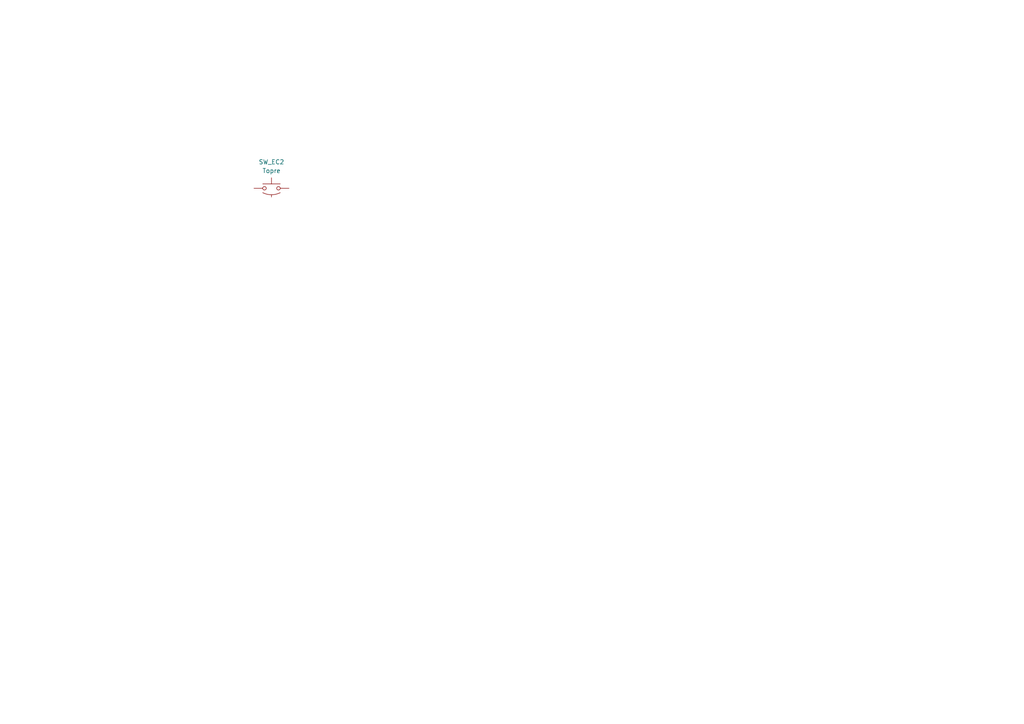
<source format=kicad_sch>
(kicad_sch (version 20231120) (generator "eeschema") (generator_version "8.0")
  (paper "A4")
  (lib_symbols
    (symbol "cipulot_parts:Topre" (pin_numbers hide) (pin_names (offset 1.016) hide)
      (property "Reference" "SW_EC" (at -3.175 6.858 0))
      (property "Value" "Topre" (at -0.127 4.572 0))
      (symbol "Topre_0_1"
        (arc (start -2.54 -1.27) (mid 0 -1.8696) (end 2.54 -1.27))
        (circle (center -2.032 0) (radius 0.508))
        (polyline (pts (xy 0 1.27) (xy 0 3.048)))
        (polyline (pts (xy 2.54 1.27) (xy -2.54 1.27)))
        (circle (center 2.032 0) (radius 0.508))
        (pin input line (at -5.08 0 0) (length 2.54) (name "1") (number "1"))
        (pin output line (at 5.08 0 180) (length 2.54) (name "2") (number "2"))
      )
      (symbol "Topre_1_1"
        (pin power_in line (at 0 -2.54 90) (length 0.6096) (name "3") (number "3"))
      )
    )
  )
  (symbol (lib_id "cipulot_parts:Topre") (at 78.74 54.61 0) (unit 1)
    (property "Reference" "SW_EC2" (at 78.74 46.99 0))
    (property "Value" "Topre" (at 78.74 49.53 0))
  )
)
</source>
